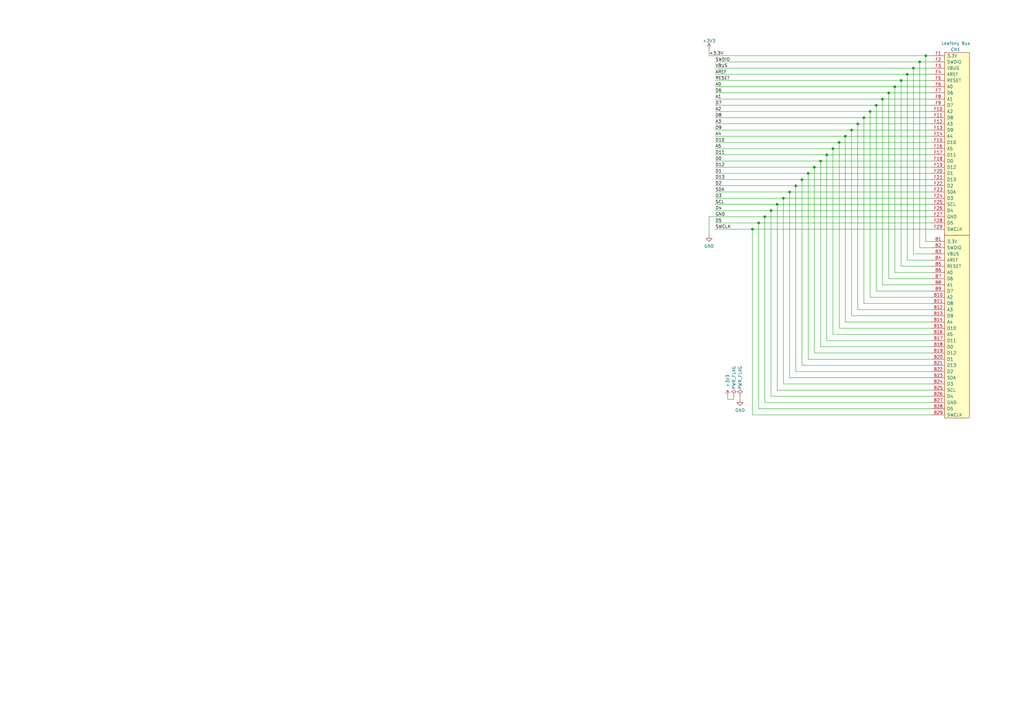
<source format=kicad_sch>
(kicad_sch (version 20211123) (generator eeschema)

  (uuid e2743b78-cc59-458c-8fb0-4238f348a49f)

  (paper "A3")

  (lib_symbols
    (symbol "Leafony:Leafony Bus" (pin_names (offset 1.016)) (in_bom yes) (on_board yes)
      (property "Reference" "CN" (id 0) (at 10.16 5.08 0)
        (effects (font (size 1.27 1.27)))
      )
      (property "Value" "Leafony Bus" (id 1) (at 10.16 2.54 0)
        (effects (font (size 1.27 1.27)))
      )
      (property "Footprint" "Leafony:CN_F29_B29" (id 2) (at 10.16 7.62 0)
        (effects (font (size 1.27 1.27)) hide)
      )
      (property "Datasheet" "" (id 3) (at 0 0 0)
        (effects (font (size 1.27 1.27)) hide)
      )
      (property "ki_description" "Leafony Interface" (id 4) (at 0 0 0)
        (effects (font (size 1.27 1.27)) hide)
      )
      (property "ki_fp_filters" "CN_F29_B29" (id 5) (at 0 0 0)
        (effects (font (size 1.27 1.27)) hide)
      )
      (symbol "Leafony Bus_0_1"
        (polyline
          (pts
            (xy 5.08 -73.66)
            (xy 15.24 -73.66)
          )
          (stroke (width 0) (type default) (color 0 0 0 0))
          (fill (type none))
        )
        (rectangle (start 5.08 1.27) (end 15.24 -148.59)
          (stroke (width 0) (type default) (color 0 0 0 0))
          (fill (type background))
        )
      )
      (symbol "Leafony Bus_1_1"
        (pin passive line (at 0 -76.2 0) (length 5.08)
          (name "3.3V" (effects (font (size 1.27 1.27))))
          (number "B1" (effects (font (size 1.27 1.27))))
        )
        (pin passive line (at 0 -99.06 0) (length 5.08)
          (name "A2" (effects (font (size 1.27 1.27))))
          (number "B10" (effects (font (size 1.27 1.27))))
        )
        (pin passive line (at 0 -101.6 0) (length 5.08)
          (name "D8" (effects (font (size 1.27 1.27))))
          (number "B11" (effects (font (size 1.27 1.27))))
        )
        (pin passive line (at 0 -104.14 0) (length 5.08)
          (name "A3" (effects (font (size 1.27 1.27))))
          (number "B12" (effects (font (size 1.27 1.27))))
        )
        (pin passive line (at 0 -106.68 0) (length 5.08)
          (name "D9" (effects (font (size 1.27 1.27))))
          (number "B13" (effects (font (size 1.27 1.27))))
        )
        (pin passive line (at 0 -109.22 0) (length 5.08)
          (name "A4" (effects (font (size 1.27 1.27))))
          (number "B14" (effects (font (size 1.27 1.27))))
        )
        (pin passive line (at 0 -111.76 0) (length 5.08)
          (name "D10" (effects (font (size 1.27 1.27))))
          (number "B15" (effects (font (size 1.27 1.27))))
        )
        (pin passive line (at 0 -114.3 0) (length 5.08)
          (name "A5" (effects (font (size 1.27 1.27))))
          (number "B16" (effects (font (size 1.27 1.27))))
        )
        (pin passive line (at 0 -116.84 0) (length 5.08)
          (name "D11" (effects (font (size 1.27 1.27))))
          (number "B17" (effects (font (size 1.27 1.27))))
        )
        (pin passive line (at 0 -119.38 0) (length 5.08)
          (name "D0" (effects (font (size 1.27 1.27))))
          (number "B18" (effects (font (size 1.27 1.27))))
        )
        (pin passive line (at 0 -121.92 0) (length 5.08)
          (name "D12" (effects (font (size 1.27 1.27))))
          (number "B19" (effects (font (size 1.27 1.27))))
        )
        (pin passive line (at 0 -78.74 0) (length 5.08)
          (name "SWDIO" (effects (font (size 1.27 1.27))))
          (number "B2" (effects (font (size 1.27 1.27))))
        )
        (pin passive line (at 0 -124.46 0) (length 5.08)
          (name "D1" (effects (font (size 1.27 1.27))))
          (number "B20" (effects (font (size 1.27 1.27))))
        )
        (pin passive line (at 0 -127 0) (length 5.08)
          (name "D13" (effects (font (size 1.27 1.27))))
          (number "B21" (effects (font (size 1.27 1.27))))
        )
        (pin passive line (at 0 -129.54 0) (length 5.08)
          (name "D2" (effects (font (size 1.27 1.27))))
          (number "B22" (effects (font (size 1.27 1.27))))
        )
        (pin passive line (at 0 -132.08 0) (length 5.08)
          (name "SDA" (effects (font (size 1.27 1.27))))
          (number "B23" (effects (font (size 1.27 1.27))))
        )
        (pin passive line (at 0 -134.62 0) (length 5.08)
          (name "D3" (effects (font (size 1.27 1.27))))
          (number "B24" (effects (font (size 1.27 1.27))))
        )
        (pin passive line (at 0 -137.16 0) (length 5.08)
          (name "SCL" (effects (font (size 1.27 1.27))))
          (number "B25" (effects (font (size 1.27 1.27))))
        )
        (pin passive line (at 0 -139.7 0) (length 5.08)
          (name "D4" (effects (font (size 1.27 1.27))))
          (number "B26" (effects (font (size 1.27 1.27))))
        )
        (pin passive line (at 0 -142.24 0) (length 5.08)
          (name "GND" (effects (font (size 1.27 1.27))))
          (number "B27" (effects (font (size 1.27 1.27))))
        )
        (pin passive line (at 0 -144.78 0) (length 5.08)
          (name "D5" (effects (font (size 1.27 1.27))))
          (number "B28" (effects (font (size 1.27 1.27))))
        )
        (pin passive line (at 0 -147.32 0) (length 5.08)
          (name "SWCLK" (effects (font (size 1.27 1.27))))
          (number "B29" (effects (font (size 1.27 1.27))))
        )
        (pin passive line (at 0 -81.28 0) (length 5.08)
          (name "VBUS" (effects (font (size 1.27 1.27))))
          (number "B3" (effects (font (size 1.27 1.27))))
        )
        (pin passive line (at 0 -83.82 0) (length 5.08)
          (name "AREF" (effects (font (size 1.27 1.27))))
          (number "B4" (effects (font (size 1.27 1.27))))
        )
        (pin passive line (at 0 -86.36 0) (length 5.08)
          (name "RESET" (effects (font (size 1.27 1.27))))
          (number "B5" (effects (font (size 1.27 1.27))))
        )
        (pin passive line (at 0 -88.9 0) (length 5.08)
          (name "A0" (effects (font (size 1.27 1.27))))
          (number "B6" (effects (font (size 1.27 1.27))))
        )
        (pin passive line (at 0 -91.44 0) (length 5.08)
          (name "D6" (effects (font (size 1.27 1.27))))
          (number "B7" (effects (font (size 1.27 1.27))))
        )
        (pin passive line (at 0 -93.98 0) (length 5.08)
          (name "A1" (effects (font (size 1.27 1.27))))
          (number "B8" (effects (font (size 1.27 1.27))))
        )
        (pin passive line (at 0 -96.52 0) (length 5.08)
          (name "D7" (effects (font (size 1.27 1.27))))
          (number "B9" (effects (font (size 1.27 1.27))))
        )
        (pin passive line (at 0 0 0) (length 5.08)
          (name "3.3V" (effects (font (size 1.27 1.27))))
          (number "F1" (effects (font (size 1.27 1.27))))
        )
        (pin passive line (at 0 -22.86 0) (length 5.08)
          (name "A2" (effects (font (size 1.27 1.27))))
          (number "F10" (effects (font (size 1.27 1.27))))
        )
        (pin passive line (at 0 -25.4 0) (length 5.08)
          (name "D8" (effects (font (size 1.27 1.27))))
          (number "F11" (effects (font (size 1.27 1.27))))
        )
        (pin passive line (at 0 -27.94 0) (length 5.08)
          (name "A3" (effects (font (size 1.27 1.27))))
          (number "F12" (effects (font (size 1.27 1.27))))
        )
        (pin passive line (at 0 -30.48 0) (length 5.08)
          (name "D9" (effects (font (size 1.27 1.27))))
          (number "F13" (effects (font (size 1.27 1.27))))
        )
        (pin passive line (at 0 -33.02 0) (length 5.08)
          (name "A4" (effects (font (size 1.27 1.27))))
          (number "F14" (effects (font (size 1.27 1.27))))
        )
        (pin passive line (at 0 -35.56 0) (length 5.08)
          (name "D10" (effects (font (size 1.27 1.27))))
          (number "F15" (effects (font (size 1.27 1.27))))
        )
        (pin passive line (at 0 -38.1 0) (length 5.08)
          (name "A5" (effects (font (size 1.27 1.27))))
          (number "F16" (effects (font (size 1.27 1.27))))
        )
        (pin passive line (at 0 -40.64 0) (length 5.08)
          (name "D11" (effects (font (size 1.27 1.27))))
          (number "F17" (effects (font (size 1.27 1.27))))
        )
        (pin passive line (at 0 -43.18 0) (length 5.08)
          (name "D0" (effects (font (size 1.27 1.27))))
          (number "F18" (effects (font (size 1.27 1.27))))
        )
        (pin passive line (at 0 -45.72 0) (length 5.08)
          (name "D12" (effects (font (size 1.27 1.27))))
          (number "F19" (effects (font (size 1.27 1.27))))
        )
        (pin passive line (at 0 -2.54 0) (length 5.08)
          (name "SWDIO" (effects (font (size 1.27 1.27))))
          (number "F2" (effects (font (size 1.27 1.27))))
        )
        (pin passive line (at 0 -48.26 0) (length 5.08)
          (name "D1" (effects (font (size 1.27 1.27))))
          (number "F20" (effects (font (size 1.27 1.27))))
        )
        (pin passive line (at 0 -50.8 0) (length 5.08)
          (name "D13" (effects (font (size 1.27 1.27))))
          (number "F21" (effects (font (size 1.27 1.27))))
        )
        (pin passive line (at 0 -53.34 0) (length 5.08)
          (name "D2" (effects (font (size 1.27 1.27))))
          (number "F22" (effects (font (size 1.27 1.27))))
        )
        (pin passive line (at 0 -55.88 0) (length 5.08)
          (name "SDA" (effects (font (size 1.27 1.27))))
          (number "F23" (effects (font (size 1.27 1.27))))
        )
        (pin passive line (at 0 -58.42 0) (length 5.08)
          (name "D3" (effects (font (size 1.27 1.27))))
          (number "F24" (effects (font (size 1.27 1.27))))
        )
        (pin passive line (at 0 -60.96 0) (length 5.08)
          (name "SCL" (effects (font (size 1.27 1.27))))
          (number "F25" (effects (font (size 1.27 1.27))))
        )
        (pin passive line (at 0 -63.5 0) (length 5.08)
          (name "D4" (effects (font (size 1.27 1.27))))
          (number "F26" (effects (font (size 1.27 1.27))))
        )
        (pin passive line (at 0 -66.04 0) (length 5.08)
          (name "GND" (effects (font (size 1.27 1.27))))
          (number "F27" (effects (font (size 1.27 1.27))))
        )
        (pin passive line (at 0 -68.58 0) (length 5.08)
          (name "D5" (effects (font (size 1.27 1.27))))
          (number "F28" (effects (font (size 1.27 1.27))))
        )
        (pin passive line (at 0 -71.12 0) (length 5.08)
          (name "SWCLK" (effects (font (size 1.27 1.27))))
          (number "F29" (effects (font (size 1.27 1.27))))
        )
        (pin passive line (at 0 -5.08 0) (length 5.08)
          (name "VBUS" (effects (font (size 1.27 1.27))))
          (number "F3" (effects (font (size 1.27 1.27))))
        )
        (pin passive line (at 0 -7.62 0) (length 5.08)
          (name "AREF" (effects (font (size 1.27 1.27))))
          (number "F4" (effects (font (size 1.27 1.27))))
        )
        (pin passive line (at 0 -10.16 0) (length 5.08)
          (name "RESET" (effects (font (size 1.27 1.27))))
          (number "F5" (effects (font (size 1.27 1.27))))
        )
        (pin passive line (at 0 -12.7 0) (length 5.08)
          (name "A0" (effects (font (size 1.27 1.27))))
          (number "F6" (effects (font (size 1.27 1.27))))
        )
        (pin passive line (at 0 -15.24 0) (length 5.08)
          (name "D6" (effects (font (size 1.27 1.27))))
          (number "F7" (effects (font (size 1.27 1.27))))
        )
        (pin passive line (at 0 -17.78 0) (length 5.08)
          (name "A1" (effects (font (size 1.27 1.27))))
          (number "F8" (effects (font (size 1.27 1.27))))
        )
        (pin passive line (at 0 -20.32 0) (length 5.08)
          (name "D7" (effects (font (size 1.27 1.27))))
          (number "F9" (effects (font (size 1.27 1.27))))
        )
      )
    )
    (symbol "power:+3.3V" (power) (pin_names (offset 0)) (in_bom yes) (on_board yes)
      (property "Reference" "#PWR" (id 0) (at 0 -3.81 0)
        (effects (font (size 1.27 1.27)) hide)
      )
      (property "Value" "+3.3V" (id 1) (at 0 3.556 0)
        (effects (font (size 1.27 1.27)))
      )
      (property "Footprint" "" (id 2) (at 0 0 0)
        (effects (font (size 1.27 1.27)) hide)
      )
      (property "Datasheet" "" (id 3) (at 0 0 0)
        (effects (font (size 1.27 1.27)) hide)
      )
      (property "ki_keywords" "power-flag" (id 4) (at 0 0 0)
        (effects (font (size 1.27 1.27)) hide)
      )
      (property "ki_description" "Power symbol creates a global label with name \"+3.3V\"" (id 5) (at 0 0 0)
        (effects (font (size 1.27 1.27)) hide)
      )
      (symbol "+3.3V_0_1"
        (polyline
          (pts
            (xy -0.762 1.27)
            (xy 0 2.54)
          )
          (stroke (width 0) (type default) (color 0 0 0 0))
          (fill (type none))
        )
        (polyline
          (pts
            (xy 0 0)
            (xy 0 2.54)
          )
          (stroke (width 0) (type default) (color 0 0 0 0))
          (fill (type none))
        )
        (polyline
          (pts
            (xy 0 2.54)
            (xy 0.762 1.27)
          )
          (stroke (width 0) (type default) (color 0 0 0 0))
          (fill (type none))
        )
      )
      (symbol "+3.3V_1_1"
        (pin power_in line (at 0 0 90) (length 0) hide
          (name "+3V3" (effects (font (size 1.27 1.27))))
          (number "1" (effects (font (size 1.27 1.27))))
        )
      )
    )
    (symbol "power:GND" (power) (pin_names (offset 0)) (in_bom yes) (on_board yes)
      (property "Reference" "#PWR" (id 0) (at 0 -6.35 0)
        (effects (font (size 1.27 1.27)) hide)
      )
      (property "Value" "GND" (id 1) (at 0 -3.81 0)
        (effects (font (size 1.27 1.27)))
      )
      (property "Footprint" "" (id 2) (at 0 0 0)
        (effects (font (size 1.27 1.27)) hide)
      )
      (property "Datasheet" "" (id 3) (at 0 0 0)
        (effects (font (size 1.27 1.27)) hide)
      )
      (property "ki_keywords" "power-flag" (id 4) (at 0 0 0)
        (effects (font (size 1.27 1.27)) hide)
      )
      (property "ki_description" "Power symbol creates a global label with name \"GND\" , ground" (id 5) (at 0 0 0)
        (effects (font (size 1.27 1.27)) hide)
      )
      (symbol "GND_0_1"
        (polyline
          (pts
            (xy 0 0)
            (xy 0 -1.27)
            (xy 1.27 -1.27)
            (xy 0 -2.54)
            (xy -1.27 -1.27)
            (xy 0 -1.27)
          )
          (stroke (width 0) (type default) (color 0 0 0 0))
          (fill (type none))
        )
      )
      (symbol "GND_1_1"
        (pin power_in line (at 0 0 270) (length 0) hide
          (name "GND" (effects (font (size 1.27 1.27))))
          (number "1" (effects (font (size 1.27 1.27))))
        )
      )
    )
    (symbol "power:PWR_FLAG" (power) (pin_numbers hide) (pin_names (offset 0) hide) (in_bom yes) (on_board yes)
      (property "Reference" "#FLG" (id 0) (at 0 1.905 0)
        (effects (font (size 1.27 1.27)) hide)
      )
      (property "Value" "PWR_FLAG" (id 1) (at 0 3.81 0)
        (effects (font (size 1.27 1.27)))
      )
      (property "Footprint" "" (id 2) (at 0 0 0)
        (effects (font (size 1.27 1.27)) hide)
      )
      (property "Datasheet" "~" (id 3) (at 0 0 0)
        (effects (font (size 1.27 1.27)) hide)
      )
      (property "ki_keywords" "power-flag" (id 4) (at 0 0 0)
        (effects (font (size 1.27 1.27)) hide)
      )
      (property "ki_description" "Special symbol for telling ERC where power comes from" (id 5) (at 0 0 0)
        (effects (font (size 1.27 1.27)) hide)
      )
      (symbol "PWR_FLAG_0_0"
        (pin power_out line (at 0 0 90) (length 0)
          (name "pwr" (effects (font (size 1.27 1.27))))
          (number "1" (effects (font (size 1.27 1.27))))
        )
      )
      (symbol "PWR_FLAG_0_1"
        (polyline
          (pts
            (xy 0 0)
            (xy 0 1.27)
            (xy -1.016 1.905)
            (xy 0 2.54)
            (xy 1.016 1.905)
            (xy 0 1.27)
          )
          (stroke (width 0) (type default) (color 0 0 0 0))
          (fill (type none))
        )
      )
    )
  )

  (junction (at 339.09 63.5) (diameter 0) (color 0 0 0 0)
    (uuid 18eef4d3-c3b1-4511-89f0-f3ca5fbf521d)
  )
  (junction (at 359.41 43.18) (diameter 0) (color 0 0 0 0)
    (uuid 198642f2-8db4-475b-ac24-9da65c994a3a)
  )
  (junction (at 326.39 76.2) (diameter 0) (color 0 0 0 0)
    (uuid 22127bf3-28e1-4f2a-9132-0b2244d2149e)
  )
  (junction (at 367.03 35.56) (diameter 0) (color 0 0 0 0)
    (uuid 2276e018-ceb6-4356-b3fe-3b8fe418011b)
  )
  (junction (at 374.65 27.94) (diameter 0) (color 0 0 0 0)
    (uuid 22cb26b9-d501-4786-ab70-b7ac2868619c)
  )
  (junction (at 316.23 86.36) (diameter 0) (color 0 0 0 0)
    (uuid 233d14ec-e17f-4b70-ace9-a65479e58a33)
  )
  (junction (at 328.93 73.66) (diameter 0) (color 0 0 0 0)
    (uuid 30979a3d-28d7-46ae-b5aa-513ad60b71a4)
  )
  (junction (at 334.01 68.58) (diameter 0) (color 0 0 0 0)
    (uuid 3a5e9d83-8605-4e38-a4d6-7131b7911750)
  )
  (junction (at 354.33 48.26) (diameter 0) (color 0 0 0 0)
    (uuid 3b9ce6b0-047c-4e71-81a7-b0a5c13aa4d2)
  )
  (junction (at 344.17 58.42) (diameter 0) (color 0 0 0 0)
    (uuid 411f21c0-dcce-4bff-ac0e-7c5571730a65)
  )
  (junction (at 356.87 45.72) (diameter 0) (color 0 0 0 0)
    (uuid 53548090-4b36-44b5-9ef5-2fa214b2fbf4)
  )
  (junction (at 336.55 66.04) (diameter 0) (color 0 0 0 0)
    (uuid 62ed984b-c070-4de1-bd86-30aeb09fb9cd)
  )
  (junction (at 331.47 71.12) (diameter 0) (color 0 0 0 0)
    (uuid 6505825f-43ee-4fb8-b546-c0b2310ed040)
  )
  (junction (at 364.49 38.1) (diameter 0) (color 0 0 0 0)
    (uuid 73fd78b9-9aa5-40d0-adab-1e5886c90dd7)
  )
  (junction (at 313.69 88.9) (diameter 0) (color 0 0 0 0)
    (uuid 7b485fa8-406a-42d5-9a01-13ae76ec07b5)
  )
  (junction (at 346.71 55.88) (diameter 0) (color 0 0 0 0)
    (uuid 7f29ecb0-6265-4d60-8278-7704387a2057)
  )
  (junction (at 341.63 60.96) (diameter 0) (color 0 0 0 0)
    (uuid 85e898d6-983f-4977-9dfa-e5b961e989c1)
  )
  (junction (at 308.61 93.98) (diameter 0) (color 0 0 0 0)
    (uuid 8f0c1305-7bd7-41b0-a77d-0a9232a17e2e)
  )
  (junction (at 349.25 53.34) (diameter 0) (color 0 0 0 0)
    (uuid 96d488aa-4d20-4ba2-8d75-10df5865e575)
  )
  (junction (at 361.95 40.64) (diameter 0) (color 0 0 0 0)
    (uuid 9fb9a654-045f-4c58-ba9d-e6e9d641e3ae)
  )
  (junction (at 369.57 33.02) (diameter 0) (color 0 0 0 0)
    (uuid bfff8af5-be9c-44df-80bd-23ee2cf9c437)
  )
  (junction (at 351.79 50.8) (diameter 0) (color 0 0 0 0)
    (uuid d0f42cc3-e2d7-4f51-9d6f-0c2eaccb6ae7)
  )
  (junction (at 321.31 81.28) (diameter 0) (color 0 0 0 0)
    (uuid d4e5a639-c802-4fd5-bd43-bd9483f1fee3)
  )
  (junction (at 311.15 91.44) (diameter 0) (color 0 0 0 0)
    (uuid d7329050-0c4f-4d4d-b156-c34af61257ff)
  )
  (junction (at 379.73 22.86) (diameter 0) (color 0 0 0 0)
    (uuid d76ec66c-d0c1-4040-8259-8685c076073a)
  )
  (junction (at 318.77 83.82) (diameter 0) (color 0 0 0 0)
    (uuid e0937f55-5a21-4b1f-aa30-aba62e4969e5)
  )
  (junction (at 323.85 78.74) (diameter 0) (color 0 0 0 0)
    (uuid eb8da7b1-c954-4f96-b636-28a01b4ed609)
  )
  (junction (at 377.19 25.4) (diameter 0) (color 0 0 0 0)
    (uuid f4cf6dc4-65fc-4b8e-a0d8-0a9074993d40)
  )
  (junction (at 372.11 30.48) (diameter 0) (color 0 0 0 0)
    (uuid ffe6d5f3-f9a5-48a9-88db-d2d7822b944f)
  )

  (wire (pts (xy 377.19 101.6) (xy 377.19 25.4))
    (stroke (width 0) (type default) (color 0 0 0 0))
    (uuid 00185541-0a55-4e62-91d8-99e7a7720d36)
  )
  (wire (pts (xy 382.27 38.1) (xy 364.49 38.1))
    (stroke (width 0) (type default) (color 0 0 0 0))
    (uuid 06fb8a5e-69f3-44ca-bc88-4da9a1408625)
  )
  (wire (pts (xy 356.87 121.92) (xy 356.87 45.72))
    (stroke (width 0) (type default) (color 0 0 0 0))
    (uuid 09433d97-62ec-42de-89f2-7d0b68dc1b9d)
  )
  (wire (pts (xy 382.27 165.1) (xy 313.69 165.1))
    (stroke (width 0) (type default) (color 0 0 0 0))
    (uuid 0f99d31f-3e61-45ba-a78c-4a282f861613)
  )
  (wire (pts (xy 382.27 99.06) (xy 379.73 99.06))
    (stroke (width 0) (type default) (color 0 0 0 0))
    (uuid 10a7d7ef-d6be-484c-be36-2908e6c77393)
  )
  (wire (pts (xy 377.19 101.6) (xy 382.27 101.6))
    (stroke (width 0) (type default) (color 0 0 0 0))
    (uuid 128a7556-cb3d-406d-b84d-6d9efc7f9ed8)
  )
  (wire (pts (xy 382.27 144.78) (xy 334.01 144.78))
    (stroke (width 0) (type default) (color 0 0 0 0))
    (uuid 128cfb34-809d-4606-bf29-7ab91f99e879)
  )
  (wire (pts (xy 382.27 30.48) (xy 372.11 30.48))
    (stroke (width 0) (type default) (color 0 0 0 0))
    (uuid 1416f46f-efcf-4c99-81af-d39cf81f2652)
  )
  (wire (pts (xy 382.27 114.3) (xy 364.49 114.3))
    (stroke (width 0) (type default) (color 0 0 0 0))
    (uuid 18a9dea8-caa6-40a3-962a-7699d9146e17)
  )
  (wire (pts (xy 300.99 163.83) (xy 298.45 163.83))
    (stroke (width 0) (type default) (color 0 0 0 0))
    (uuid 1c6c46b2-dd9e-430f-85e9-621815ceca94)
  )
  (wire (pts (xy 382.27 86.36) (xy 316.23 86.36))
    (stroke (width 0) (type default) (color 0 0 0 0))
    (uuid 1db46316-f403-492b-8814-154fc43d62a8)
  )
  (wire (pts (xy 382.27 124.46) (xy 354.33 124.46))
    (stroke (width 0) (type default) (color 0 0 0 0))
    (uuid 1ebce183-d3ad-4022-b82e-9e0d8cd628db)
  )
  (wire (pts (xy 339.09 63.5) (xy 293.37 63.5))
    (stroke (width 0) (type default) (color 0 0 0 0))
    (uuid 22591446-6d82-47ac-b525-9e9deb496c8c)
  )
  (wire (pts (xy 382.27 22.86) (xy 379.73 22.86))
    (stroke (width 0) (type default) (color 0 0 0 0))
    (uuid 2952439a-4d93-45a3-a998-2b2fce2c5fe9)
  )
  (wire (pts (xy 341.63 60.96) (xy 293.37 60.96))
    (stroke (width 0) (type default) (color 0 0 0 0))
    (uuid 2f58dd1b-258a-4fb6-a155-4e2931ab012c)
  )
  (wire (pts (xy 344.17 134.62) (xy 344.17 58.42))
    (stroke (width 0) (type default) (color 0 0 0 0))
    (uuid 30d4a5b8-34e9-412f-9d1a-e616a8a28215)
  )
  (wire (pts (xy 382.27 134.62) (xy 344.17 134.62))
    (stroke (width 0) (type default) (color 0 0 0 0))
    (uuid 33770b56-77ab-4a0c-a675-0ef4f02f8519)
  )
  (wire (pts (xy 369.57 109.22) (xy 369.57 33.02))
    (stroke (width 0) (type default) (color 0 0 0 0))
    (uuid 33ef82c8-b659-42b6-9429-5436a00e7b54)
  )
  (wire (pts (xy 303.53 163.83) (xy 303.53 162.56))
    (stroke (width 0) (type default) (color 0 0 0 0))
    (uuid 3520b9bf-2dfc-4868-a650-86ff98682e83)
  )
  (wire (pts (xy 382.27 25.4) (xy 377.19 25.4))
    (stroke (width 0) (type default) (color 0 0 0 0))
    (uuid 3eff8f32-349a-4846-b484-abdc036c7174)
  )
  (wire (pts (xy 328.93 149.86) (xy 328.93 73.66))
    (stroke (width 0) (type default) (color 0 0 0 0))
    (uuid 408e380e-a780-4259-a7f0-5062d5808d11)
  )
  (wire (pts (xy 382.27 160.02) (xy 318.77 160.02))
    (stroke (width 0) (type default) (color 0 0 0 0))
    (uuid 40ef82a7-1843-41e2-896c-620f16b91b4f)
  )
  (wire (pts (xy 290.83 88.9) (xy 313.69 88.9))
    (stroke (width 0) (type default) (color 0 0 0 0))
    (uuid 422a6702-d1c1-4e76-898e-ec20aaee30c2)
  )
  (wire (pts (xy 382.27 63.5) (xy 339.09 63.5))
    (stroke (width 0) (type default) (color 0 0 0 0))
    (uuid 462f8e7e-09c6-4676-ba4f-fd07b2868aa8)
  )
  (wire (pts (xy 382.27 111.76) (xy 367.03 111.76))
    (stroke (width 0) (type default) (color 0 0 0 0))
    (uuid 469553b1-52fa-4564-9359-73b74ba8f58f)
  )
  (wire (pts (xy 382.27 58.42) (xy 344.17 58.42))
    (stroke (width 0) (type default) (color 0 0 0 0))
    (uuid 471f517c-6d52-459f-9d7a-aedf176fc9e0)
  )
  (wire (pts (xy 351.79 127) (xy 351.79 50.8))
    (stroke (width 0) (type default) (color 0 0 0 0))
    (uuid 49c3a7d7-9453-4986-bcff-387f274073df)
  )
  (wire (pts (xy 356.87 45.72) (xy 293.37 45.72))
    (stroke (width 0) (type default) (color 0 0 0 0))
    (uuid 4c77837f-2440-4b7b-8e7e-430f981c7c04)
  )
  (wire (pts (xy 382.27 152.4) (xy 326.39 152.4))
    (stroke (width 0) (type default) (color 0 0 0 0))
    (uuid 4cbba380-690c-405e-bbfb-a0cd7ef65d0e)
  )
  (wire (pts (xy 382.27 50.8) (xy 351.79 50.8))
    (stroke (width 0) (type default) (color 0 0 0 0))
    (uuid 50cd7dd2-4ee6-4ead-a8d7-6798eb55f8db)
  )
  (wire (pts (xy 382.27 76.2) (xy 326.39 76.2))
    (stroke (width 0) (type default) (color 0 0 0 0))
    (uuid 532cb9ef-7fac-483b-aaf5-b83d764d0176)
  )
  (wire (pts (xy 382.27 167.64) (xy 311.15 167.64))
    (stroke (width 0) (type default) (color 0 0 0 0))
    (uuid 555e8fc3-19b4-40e8-abc6-87d7c193534e)
  )
  (wire (pts (xy 382.27 55.88) (xy 346.71 55.88))
    (stroke (width 0) (type default) (color 0 0 0 0))
    (uuid 5d00cbc9-46cb-472e-b705-59da8e971192)
  )
  (wire (pts (xy 382.27 53.34) (xy 349.25 53.34))
    (stroke (width 0) (type default) (color 0 0 0 0))
    (uuid 5da519c8-016f-4f2c-843d-d8fc54aa43f1)
  )
  (wire (pts (xy 382.27 43.18) (xy 359.41 43.18))
    (stroke (width 0) (type default) (color 0 0 0 0))
    (uuid 5f4676ff-2597-415d-a32e-98d53038f432)
  )
  (wire (pts (xy 382.27 119.38) (xy 359.41 119.38))
    (stroke (width 0) (type default) (color 0 0 0 0))
    (uuid 61415144-ce8f-483a-82b7-e2e320f7f0b4)
  )
  (wire (pts (xy 382.27 116.84) (xy 361.95 116.84))
    (stroke (width 0) (type default) (color 0 0 0 0))
    (uuid 636332c5-387a-4243-bc33-7882b1adfdac)
  )
  (wire (pts (xy 308.61 93.98) (xy 308.61 170.18))
    (stroke (width 0) (type default) (color 0 0 0 0))
    (uuid 64bbd1a8-b20b-4d12-891d-7b53b4a0334a)
  )
  (wire (pts (xy 382.27 81.28) (xy 321.31 81.28))
    (stroke (width 0) (type default) (color 0 0 0 0))
    (uuid 65f89bc6-cda1-4481-b360-d7547150b31e)
  )
  (wire (pts (xy 382.27 73.66) (xy 328.93 73.66))
    (stroke (width 0) (type default) (color 0 0 0 0))
    (uuid 666dc23c-d707-448f-841d-377a6e08a250)
  )
  (wire (pts (xy 382.27 142.24) (xy 336.55 142.24))
    (stroke (width 0) (type default) (color 0 0 0 0))
    (uuid 6a3aff19-5e5c-466c-80b5-82ab994aaee1)
  )
  (wire (pts (xy 293.37 93.98) (xy 308.61 93.98))
    (stroke (width 0) (type default) (color 0 0 0 0))
    (uuid 713e4d09-6cf1-49fc-bf2e-c643eb7890b8)
  )
  (wire (pts (xy 372.11 106.68) (xy 372.11 30.48))
    (stroke (width 0) (type default) (color 0 0 0 0))
    (uuid 755d3d18-6013-47c4-9133-c783ae2db259)
  )
  (wire (pts (xy 372.11 30.48) (xy 293.37 30.48))
    (stroke (width 0) (type default) (color 0 0 0 0))
    (uuid 77f65cef-2bce-414e-8b99-31f9cd0b59b0)
  )
  (wire (pts (xy 326.39 152.4) (xy 326.39 76.2))
    (stroke (width 0) (type default) (color 0 0 0 0))
    (uuid 826dab59-fbdd-42ab-9237-6c754170917b)
  )
  (wire (pts (xy 377.19 25.4) (xy 293.37 25.4))
    (stroke (width 0) (type default) (color 0 0 0 0))
    (uuid 84daabe5-262d-44f3-8073-3a5eff98700f)
  )
  (wire (pts (xy 382.27 40.64) (xy 361.95 40.64))
    (stroke (width 0) (type default) (color 0 0 0 0))
    (uuid 84e64de5-2809-4251-a45b-2b46d2cc79df)
  )
  (wire (pts (xy 369.57 33.02) (xy 293.37 33.02))
    (stroke (width 0) (type default) (color 0 0 0 0))
    (uuid 8672a05d-b750-4ddd-a92d-4c58fddcdd4e)
  )
  (wire (pts (xy 382.27 104.14) (xy 374.65 104.14))
    (stroke (width 0) (type default) (color 0 0 0 0))
    (uuid 86c73e16-9c05-4385-b59b-206056f7ac90)
  )
  (wire (pts (xy 290.83 88.9) (xy 290.83 96.52))
    (stroke (width 0) (type default) (color 0 0 0 0))
    (uuid 88bcf36b-bdd6-4678-b273-3328756a5243)
  )
  (wire (pts (xy 382.27 83.82) (xy 318.77 83.82))
    (stroke (width 0) (type default) (color 0 0 0 0))
    (uuid 8a1a639a-559c-483d-9c99-1b2fafbdacf1)
  )
  (wire (pts (xy 367.03 35.56) (xy 293.37 35.56))
    (stroke (width 0) (type default) (color 0 0 0 0))
    (uuid 90f1070b-d0d3-4d94-9527-f4c1c7006642)
  )
  (wire (pts (xy 316.23 162.56) (xy 316.23 86.36))
    (stroke (width 0) (type default) (color 0 0 0 0))
    (uuid 91a85248-7895-453a-bdbc-36a6edbe91db)
  )
  (wire (pts (xy 346.71 132.08) (xy 346.71 55.88))
    (stroke (width 0) (type default) (color 0 0 0 0))
    (uuid 922b14e9-e5b4-4506-8c7b-f653748d7f34)
  )
  (wire (pts (xy 382.27 121.92) (xy 356.87 121.92))
    (stroke (width 0) (type default) (color 0 0 0 0))
    (uuid 937928d4-4dfb-4f2f-91d0-697ec54ac283)
  )
  (wire (pts (xy 382.27 127) (xy 351.79 127))
    (stroke (width 0) (type default) (color 0 0 0 0))
    (uuid 9a334c2d-ea1e-4f9b-9563-937977728978)
  )
  (wire (pts (xy 298.45 163.83) (xy 298.45 162.56))
    (stroke (width 0) (type default) (color 0 0 0 0))
    (uuid 9c7af13e-949e-4a55-a6b7-45ef51b4f106)
  )
  (wire (pts (xy 382.27 35.56) (xy 367.03 35.56))
    (stroke (width 0) (type default) (color 0 0 0 0))
    (uuid 9ceeff0a-ae63-43da-8fd2-e3d57063537d)
  )
  (wire (pts (xy 382.27 162.56) (xy 316.23 162.56))
    (stroke (width 0) (type default) (color 0 0 0 0))
    (uuid a0400e61-7ec0-4cc7-a41d-d7c451e758fe)
  )
  (wire (pts (xy 374.65 27.94) (xy 293.37 27.94))
    (stroke (width 0) (type default) (color 0 0 0 0))
    (uuid a0affae9-b1e8-4941-9e7e-2ad29ff3f86b)
  )
  (wire (pts (xy 382.27 154.94) (xy 323.85 154.94))
    (stroke (width 0) (type default) (color 0 0 0 0))
    (uuid a11284ee-2f71-4eb8-b0ee-e01b498d0140)
  )
  (wire (pts (xy 313.69 165.1) (xy 313.69 88.9))
    (stroke (width 0) (type default) (color 0 0 0 0))
    (uuid a1533d6a-9d56-4622-800a-f5af923f4a97)
  )
  (wire (pts (xy 382.27 129.54) (xy 349.25 129.54))
    (stroke (width 0) (type default) (color 0 0 0 0))
    (uuid a3eaa329-1c23-49fc-9fb5-976de81b788e)
  )
  (wire (pts (xy 351.79 50.8) (xy 293.37 50.8))
    (stroke (width 0) (type default) (color 0 0 0 0))
    (uuid a9240eb1-cd96-4728-9dbf-17ea5e90b45d)
  )
  (wire (pts (xy 364.49 38.1) (xy 293.37 38.1))
    (stroke (width 0) (type default) (color 0 0 0 0))
    (uuid a95b6208-cd25-486f-8a35-f7d7b1426174)
  )
  (wire (pts (xy 382.27 137.16) (xy 341.63 137.16))
    (stroke (width 0) (type default) (color 0 0 0 0))
    (uuid a97d9593-88f3-490c-93d3-a1f528046ef8)
  )
  (wire (pts (xy 293.37 91.44) (xy 311.15 91.44))
    (stroke (width 0) (type default) (color 0 0 0 0))
    (uuid a9fdce30-e0b1-49dc-914c-0573fb33fbc7)
  )
  (wire (pts (xy 300.99 162.56) (xy 300.99 163.83))
    (stroke (width 0) (type default) (color 0 0 0 0))
    (uuid ab3e0d45-ad5b-42a1-ab02-8fee32ad804e)
  )
  (wire (pts (xy 382.27 27.94) (xy 374.65 27.94))
    (stroke (width 0) (type default) (color 0 0 0 0))
    (uuid ad8c2a20-27d0-4e2a-aabf-44a509bf342a)
  )
  (wire (pts (xy 382.27 109.22) (xy 369.57 109.22))
    (stroke (width 0) (type default) (color 0 0 0 0))
    (uuid aee35d5f-0638-4cb1-b58c-265232f425a0)
  )
  (wire (pts (xy 374.65 104.14) (xy 374.65 27.94))
    (stroke (width 0) (type default) (color 0 0 0 0))
    (uuid b034f82f-3ce9-4423-89ad-7ecf03d348d0)
  )
  (wire (pts (xy 382.27 68.58) (xy 334.01 68.58))
    (stroke (width 0) (type default) (color 0 0 0 0))
    (uuid b09870ad-8985-4a1c-a7b1-3acb9a1b9282)
  )
  (wire (pts (xy 382.27 78.74) (xy 323.85 78.74))
    (stroke (width 0) (type default) (color 0 0 0 0))
    (uuid b37c8835-0989-48c9-97ba-c045f0d7107f)
  )
  (wire (pts (xy 344.17 58.42) (xy 293.37 58.42))
    (stroke (width 0) (type default) (color 0 0 0 0))
    (uuid b45301a2-b6d7-44bd-8834-616acde30aef)
  )
  (wire (pts (xy 361.95 40.64) (xy 293.37 40.64))
    (stroke (width 0) (type default) (color 0 0 0 0))
    (uuid b4efa293-75b5-42d5-996c-b449774d5ba5)
  )
  (wire (pts (xy 379.73 99.06) (xy 379.73 22.86))
    (stroke (width 0) (type default) (color 0 0 0 0))
    (uuid b540f997-cabb-4061-85a0-370b4e9dd03a)
  )
  (wire (pts (xy 367.03 111.76) (xy 367.03 35.56))
    (stroke (width 0) (type default) (color 0 0 0 0))
    (uuid b64fe3cc-3a1f-41b6-9ac9-fa971c4a06a6)
  )
  (wire (pts (xy 311.15 91.44) (xy 382.27 91.44))
    (stroke (width 0) (type default) (color 0 0 0 0))
    (uuid b6670714-a829-420f-8f82-042c74d803a5)
  )
  (wire (pts (xy 359.41 119.38) (xy 359.41 43.18))
    (stroke (width 0) (type default) (color 0 0 0 0))
    (uuid b6ceb85d-46f8-42e1-9c68-672660fbaf7c)
  )
  (wire (pts (xy 382.27 48.26) (xy 354.33 48.26))
    (stroke (width 0) (type default) (color 0 0 0 0))
    (uuid b9272e8b-2d00-4d6b-ae8c-fd62ef331586)
  )
  (wire (pts (xy 382.27 66.04) (xy 336.55 66.04))
    (stroke (width 0) (type default) (color 0 0 0 0))
    (uuid bbeadbd3-dc9d-4bb3-9f60-a643fa1fa7e6)
  )
  (wire (pts (xy 382.27 60.96) (xy 341.63 60.96))
    (stroke (width 0) (type default) (color 0 0 0 0))
    (uuid bc007755-47dc-4b01-a9a3-8f34e8741895)
  )
  (wire (pts (xy 361.95 116.84) (xy 361.95 40.64))
    (stroke (width 0) (type default) (color 0 0 0 0))
    (uuid bf8bfbb4-4b7a-430e-865f-8acab9f8c04d)
  )
  (wire (pts (xy 323.85 154.94) (xy 323.85 78.74))
    (stroke (width 0) (type default) (color 0 0 0 0))
    (uuid bf9ad5a6-c4c4-4072-8854-6425d90cd19f)
  )
  (wire (pts (xy 382.27 71.12) (xy 331.47 71.12))
    (stroke (width 0) (type default) (color 0 0 0 0))
    (uuid c1518dae-2aaf-4360-9028-98a626546353)
  )
  (wire (pts (xy 336.55 142.24) (xy 336.55 66.04))
    (stroke (width 0) (type default) (color 0 0 0 0))
    (uuid c1fbee58-f474-4414-9110-64abd03ed7c9)
  )
  (wire (pts (xy 382.27 33.02) (xy 369.57 33.02))
    (stroke (width 0) (type default) (color 0 0 0 0))
    (uuid c2a5cbbc-a316-4826-81b8-a34d52b5eb58)
  )
  (wire (pts (xy 382.27 88.9) (xy 313.69 88.9))
    (stroke (width 0) (type default) (color 0 0 0 0))
    (uuid c2d81a3b-9b02-4ddc-9c7b-c0e881678970)
  )
  (wire (pts (xy 382.27 106.68) (xy 372.11 106.68))
    (stroke (width 0) (type default) (color 0 0 0 0))
    (uuid c837798c-83c8-4e02-b288-fa03714cab74)
  )
  (wire (pts (xy 382.27 132.08) (xy 346.71 132.08))
    (stroke (width 0) (type default) (color 0 0 0 0))
    (uuid cb9ac0e7-73b9-4ed2-8689-9778cfd89978)
  )
  (wire (pts (xy 334.01 68.58) (xy 293.37 68.58))
    (stroke (width 0) (type default) (color 0 0 0 0))
    (uuid cbb6579a-72cf-4504-9bef-bb32135a4790)
  )
  (wire (pts (xy 382.27 139.7) (xy 339.09 139.7))
    (stroke (width 0) (type default) (color 0 0 0 0))
    (uuid cbdd084c-3cde-4340-9de6-6f6ca3f79e91)
  )
  (wire (pts (xy 346.71 55.88) (xy 293.37 55.88))
    (stroke (width 0) (type default) (color 0 0 0 0))
    (uuid d0292983-0ab9-4b24-b3bd-f154f790c7ec)
  )
  (wire (pts (xy 341.63 137.16) (xy 341.63 60.96))
    (stroke (width 0) (type default) (color 0 0 0 0))
    (uuid d23aa89d-c621-4b1b-a845-8c26429d6622)
  )
  (wire (pts (xy 339.09 139.7) (xy 339.09 63.5))
    (stroke (width 0) (type default) (color 0 0 0 0))
    (uuid d32a4687-3a9c-4aaa-9fc8-6c464698f554)
  )
  (wire (pts (xy 331.47 71.12) (xy 293.37 71.12))
    (stroke (width 0) (type default) (color 0 0 0 0))
    (uuid d427b096-2104-4cac-9d5d-d2195401989e)
  )
  (wire (pts (xy 328.93 73.66) (xy 293.37 73.66))
    (stroke (width 0) (type default) (color 0 0 0 0))
    (uuid d43d6c5b-08dc-4efb-9ffc-91ecf13d0a2f)
  )
  (wire (pts (xy 326.39 76.2) (xy 293.37 76.2))
    (stroke (width 0) (type default) (color 0 0 0 0))
    (uuid d4a7ff11-09f1-4325-94c0-c1b4b4278fe4)
  )
  (wire (pts (xy 336.55 66.04) (xy 293.37 66.04))
    (stroke (width 0) (type default) (color 0 0 0 0))
    (uuid d54fce64-01e8-4f5c-8f34-4e64d47e3402)
  )
  (wire (pts (xy 308.61 93.98) (xy 382.27 93.98))
    (stroke (width 0) (type default) (color 0 0 0 0))
    (uuid d9c1c6f8-c198-49f9-bff0-eab2393a0053)
  )
  (wire (pts (xy 349.25 129.54) (xy 349.25 53.34))
    (stroke (width 0) (type default) (color 0 0 0 0))
    (uuid d9cdb60a-ecfa-4866-ad81-ca393f637bae)
  )
  (wire (pts (xy 354.33 48.26) (xy 293.37 48.26))
    (stroke (width 0) (type default) (color 0 0 0 0))
    (uuid ddc0999f-48c1-4a48-960f-30f430270283)
  )
  (wire (pts (xy 318.77 160.02) (xy 318.77 83.82))
    (stroke (width 0) (type default) (color 0 0 0 0))
    (uuid de01c5f0-8b67-4f95-a915-b01789f320eb)
  )
  (wire (pts (xy 316.23 86.36) (xy 293.37 86.36))
    (stroke (width 0) (type default) (color 0 0 0 0))
    (uuid e08b3dd0-5717-45d9-897c-a2c963f9de1a)
  )
  (wire (pts (xy 321.31 81.28) (xy 293.37 81.28))
    (stroke (width 0) (type default) (color 0 0 0 0))
    (uuid e0bbf399-c52b-4993-8f0b-a5400682c686)
  )
  (wire (pts (xy 321.31 157.48) (xy 321.31 81.28))
    (stroke (width 0) (type default) (color 0 0 0 0))
    (uuid e1754158-40dc-4df5-848e-7e0c189ace53)
  )
  (wire (pts (xy 354.33 124.46) (xy 354.33 48.26))
    (stroke (width 0) (type default) (color 0 0 0 0))
    (uuid e342f8d7-ca8a-47a5-a679-3c984454e9a5)
  )
  (wire (pts (xy 382.27 157.48) (xy 321.31 157.48))
    (stroke (width 0) (type default) (color 0 0 0 0))
    (uuid e34d78fc-c821-4e5c-ac82-ce6fcdcd9454)
  )
  (wire (pts (xy 318.77 83.82) (xy 293.37 83.82))
    (stroke (width 0) (type default) (color 0 0 0 0))
    (uuid e44b0081-5f25-4984-8fb5-ea876fb2fc1c)
  )
  (wire (pts (xy 331.47 147.32) (xy 331.47 71.12))
    (stroke (width 0) (type default) (color 0 0 0 0))
    (uuid e44dd86d-8737-430e-a0f5-f7ecf3fa5a6b)
  )
  (wire (pts (xy 311.15 91.44) (xy 311.15 167.64))
    (stroke (width 0) (type default) (color 0 0 0 0))
    (uuid e595c6c4-f51e-40bc-a76d-c0a08bbd62be)
  )
  (wire (pts (xy 364.49 114.3) (xy 364.49 38.1))
    (stroke (width 0) (type default) (color 0 0 0 0))
    (uuid e8531c3a-ab79-4096-b3fb-b5b6ae94c3f7)
  )
  (wire (pts (xy 334.01 144.78) (xy 334.01 68.58))
    (stroke (width 0) (type default) (color 0 0 0 0))
    (uuid e9febdd1-669e-46f3-983e-2ded7b5fa339)
  )
  (wire (pts (xy 382.27 45.72) (xy 356.87 45.72))
    (stroke (width 0) (type default) (color 0 0 0 0))
    (uuid ea7f95ca-1368-4ccc-b3c5-17a85c05a2dd)
  )
  (wire (pts (xy 290.83 20.32) (xy 290.83 22.86))
    (stroke (width 0) (type default) (color 0 0 0 0))
    (uuid eae3109f-d262-4247-85e5-8ef77d80a274)
  )
  (wire (pts (xy 359.41 43.18) (xy 293.37 43.18))
    (stroke (width 0) (type default) (color 0 0 0 0))
    (uuid f16972fb-4b2b-49d7-8715-9f31f5431405)
  )
  (wire (pts (xy 349.25 53.34) (xy 293.37 53.34))
    (stroke (width 0) (type default) (color 0 0 0 0))
    (uuid f21d4058-0da2-4512-b5f5-f906032f560a)
  )
  (wire (pts (xy 382.27 170.18) (xy 308.61 170.18))
    (stroke (width 0) (type default) (color 0 0 0 0))
    (uuid f50538bf-e44a-4d20-ab4a-ccf1e95ea69c)
  )
  (wire (pts (xy 323.85 78.74) (xy 293.37 78.74))
    (stroke (width 0) (type default) (color 0 0 0 0))
    (uuid f574310b-3071-4841-b3bc-44ccc3dd1422)
  )
  (wire (pts (xy 382.27 147.32) (xy 331.47 147.32))
    (stroke (width 0) (type default) (color 0 0 0 0))
    (uuid fa7c0f69-d4a4-4907-b41c-63da412a1d61)
  )
  (wire (pts (xy 382.27 149.86) (xy 328.93 149.86))
    (stroke (width 0) (type default) (color 0 0 0 0))
    (uuid fab79269-47fb-42f7-a3ad-b9ec94b79b4b)
  )
  (wire (pts (xy 379.73 22.86) (xy 290.83 22.86))
    (stroke (width 0) (type default) (color 0 0 0 0))
    (uuid fb7b20d7-70ea-48e6-baf1-01a0d3c92377)
  )

  (label "SDA" (at 293.37 78.74 0)
    (effects (font (size 1.27 1.27)) (justify left bottom))
    (uuid 03a79994-33b9-4df6-bdb0-d3807834d731)
  )
  (label "SWDIO" (at 293.37 25.4 0)
    (effects (font (size 1.27 1.27)) (justify left bottom))
    (uuid 201a8082-80bc-49cb-a857-a9c917ee8418)
  )
  (label "D13" (at 293.37 73.66 0)
    (effects (font (size 1.27 1.27)) (justify left bottom))
    (uuid 29e27db0-3c69-4f62-9b26-37b540cf4f34)
  )
  (label "D10" (at 293.37 58.42 0)
    (effects (font (size 1.27 1.27)) (justify left bottom))
    (uuid 3581de8b-daeb-467a-8039-51714599e4ba)
  )
  (label "A1" (at 293.37 40.64 0)
    (effects (font (size 1.27 1.27)) (justify left bottom))
    (uuid 3adb8c69-132c-478c-b246-f381b0e1424c)
  )
  (label "GND" (at 293.37 88.9 0)
    (effects (font (size 1.27 1.27)) (justify left bottom))
    (uuid 3bdc61da-fd87-4d91-ae6a-f160ef1e6b25)
  )
  (label "A2" (at 293.37 45.72 0)
    (effects (font (size 1.27 1.27)) (justify left bottom))
    (uuid 3be2f64a-643b-4527-aaf5-307341a81097)
  )
  (label "+3.3V" (at 290.83 22.86 0)
    (effects (font (size 1.27 1.27)) (justify left bottom))
    (uuid 3d6472eb-4872-48d0-9b65-1b39f6d4a46a)
  )
  (label "SCL" (at 293.37 83.82 0)
    (effects (font (size 1.27 1.27)) (justify left bottom))
    (uuid 505c1d3e-8ca5-438e-9eae-18483f12882c)
  )
  (label "D7" (at 293.37 43.18 0)
    (effects (font (size 1.27 1.27)) (justify left bottom))
    (uuid 59550421-1010-45d2-ae78-ff36e5bca6b7)
  )
  (label "A0" (at 293.37 35.56 0)
    (effects (font (size 1.27 1.27)) (justify left bottom))
    (uuid 5c4ddc3a-1b67-4d06-8b43-5f565c9d4f71)
  )
  (label "SWCLK" (at 293.37 93.98 0)
    (effects (font (size 1.27 1.27)) (justify left bottom))
    (uuid 785187eb-3061-4043-a954-4178556793a1)
  )
  (label "A4" (at 293.37 55.88 0)
    (effects (font (size 1.27 1.27)) (justify left bottom))
    (uuid 7b1f2f40-abe7-4adb-bfe4-3f1a7f99a0f2)
  )
  (label "A3" (at 293.37 50.8 0)
    (effects (font (size 1.27 1.27)) (justify left bottom))
    (uuid 7bc13ee4-2194-461b-9242-0d96ebba241b)
  )
  (label "VBUS" (at 293.37 27.94 0)
    (effects (font (size 1.27 1.27)) (justify left bottom))
    (uuid 9a68bf85-c16f-48ee-8e66-0d9ea8ea8b23)
  )
  (label "D11" (at 293.37 63.5 0)
    (effects (font (size 1.27 1.27)) (justify left bottom))
    (uuid 9b774066-2c22-4032-af01-4291adb02340)
  )
  (label "D4" (at 293.37 86.36 0)
    (effects (font (size 1.27 1.27)) (justify left bottom))
    (uuid a0129fe7-e9e9-4c74-af85-e2b335707eb4)
  )
  (label "D6" (at 293.37 38.1 0)
    (effects (font (size 1.27 1.27)) (justify left bottom))
    (uuid b027388d-8092-416a-ae2f-62be7825303f)
  )
  (label "D5" (at 293.37 91.44 0)
    (effects (font (size 1.27 1.27)) (justify left bottom))
    (uuid b0b40da2-8918-4f0b-b11b-1408b929feb5)
  )
  (label "D1" (at 293.37 71.12 0)
    (effects (font (size 1.27 1.27)) (justify left bottom))
    (uuid c4e3a83a-2945-4c21-9d1d-f3f3be86b7bd)
  )
  (label "D2" (at 293.37 76.2 0)
    (effects (font (size 1.27 1.27)) (justify left bottom))
    (uuid cb082ca8-e559-493c-a769-6ac76ddc831e)
  )
  (label "AREF" (at 293.37 30.48 0)
    (effects (font (size 1.27 1.27)) (justify left bottom))
    (uuid ccdce88e-24b7-4692-934b-22bb9b0763dc)
  )
  (label "A5" (at 293.37 60.96 0)
    (effects (font (size 1.27 1.27)) (justify left bottom))
    (uuid d98b06b1-d759-4372-889f-6ac21114139f)
  )
  (label "D12" (at 293.37 68.58 0)
    (effects (font (size 1.27 1.27)) (justify left bottom))
    (uuid dd4b4783-44b6-4bbf-bf18-b846491e4d4c)
  )
  (label "D9" (at 293.37 53.34 0)
    (effects (font (size 1.27 1.27)) (justify left bottom))
    (uuid ddfa4cf0-3486-4284-897b-3a9e51f271d9)
  )
  (label "D3" (at 293.37 81.28 0)
    (effects (font (size 1.27 1.27)) (justify left bottom))
    (uuid e188f4e0-97d6-45d5-9852-98640c6abc42)
  )
  (label "D0" (at 293.37 66.04 0)
    (effects (font (size 1.27 1.27)) (justify left bottom))
    (uuid e325a134-36dc-4151-9d17-8bf13dc78564)
  )
  (label "RESET" (at 293.37 33.02 0)
    (effects (font (size 1.27 1.27)) (justify left bottom))
    (uuid e61e3b10-16bb-45fa-9a42-277efd2ec104)
  )
  (label "D8" (at 293.37 48.26 0)
    (effects (font (size 1.27 1.27)) (justify left bottom))
    (uuid f420833d-9f22-43c2-813c-6543682555e5)
  )

  (symbol (lib_id "power:PWR_FLAG") (at 303.53 162.56 0) (unit 1)
    (in_bom yes) (on_board yes)
    (uuid 00000000-0000-0000-0000-00005dfbad78)
    (property "Reference" "#FLG0102" (id 0) (at 303.53 160.655 0)
      (effects (font (size 1.27 1.27)) hide)
    )
    (property "Value" "PWR_FLAG" (id 1) (at 303.53 154.94 90))
    (property "Footprint" "" (id 2) (at 303.53 162.56 0)
      (effects (font (size 1.27 1.27)) hide)
    )
    (property "Datasheet" "~" (id 3) (at 303.53 162.56 0)
      (effects (font (size 1.27 1.27)) hide)
    )
    (pin "1" (uuid 23a49e10-e7d0-41d9-a15a-25ac614cee99))
  )

  (symbol (lib_id "power:+3.3V") (at 290.83 20.32 0) (unit 1)
    (in_bom yes) (on_board yes) (fields_autoplaced)
    (uuid 26610080-23b6-4984-aa22-9757fa02643b)
    (property "Reference" "#PWR0101" (id 0) (at 290.83 24.13 0)
      (effects (font (size 1.27 1.27)) hide)
    )
    (property "Value" "+3.3V" (id 1) (at 290.83 16.7442 0))
    (property "Footprint" "" (id 2) (at 290.83 20.32 0)
      (effects (font (size 1.27 1.27)) hide)
    )
    (property "Datasheet" "" (id 3) (at 290.83 20.32 0)
      (effects (font (size 1.27 1.27)) hide)
    )
    (pin "1" (uuid fa0e980b-d4ef-4fbb-91a5-9397872cf6d7))
  )

  (symbol (lib_id "Leafony:Leafony Bus") (at 382.27 22.86 0) (unit 1)
    (in_bom yes) (on_board yes)
    (uuid 442c920b-0976-4ffd-9a8a-11bceeb16490)
    (property "Reference" "CN1" (id 0) (at 389.89 20.32 0)
      (effects (font (size 1.27 1.27)) (justify left))
    )
    (property "Value" "Leafony Bus" (id 1) (at 386.08 17.78 0)
      (effects (font (size 1.27 1.27)) (justify left))
    )
    (property "Footprint" "Leafony:CN_F29_B29" (id 2) (at 392.43 15.24 0)
      (effects (font (size 1.27 1.27)) hide)
    )
    (property "Datasheet" "" (id 3) (at 382.27 22.86 0)
      (effects (font (size 1.27 1.27)) hide)
    )
    (pin "B1" (uuid 69e66767-8a01-4680-964e-f89fc2fba952))
    (pin "B10" (uuid 93bec0de-764c-474b-8ebf-80b792f06188))
    (pin "B11" (uuid 19e4efa4-6e14-4560-b587-ae318c813e1f))
    (pin "B12" (uuid d176262a-7b7c-42ef-91e8-64fb3d229497))
    (pin "B13" (uuid 14a61ee3-c372-4378-908d-8b2bdc3b6879))
    (pin "B14" (uuid fb6b660c-d645-4a5a-ad9e-4586c4eb59a5))
    (pin "B15" (uuid f1b12804-d9ab-4fde-979e-b4561806025a))
    (pin "B16" (uuid fe116c88-6495-4d7d-80ac-b7cc8f11f28c))
    (pin "B17" (uuid 4216d183-b488-4370-8b0a-68d57906eaa6))
    (pin "B18" (uuid 71e7aa1f-c863-47da-bded-cb399539eb85))
    (pin "B19" (uuid 95d39177-374d-4433-b3e9-cba454c1b64f))
    (pin "B2" (uuid fd57e4ef-c2a6-41ab-81de-f91a1322a372))
    (pin "B20" (uuid f0769514-a82f-4893-bd12-cbdae10c05a9))
    (pin "B21" (uuid da0bc53c-8694-4ee7-9dec-a5867780efb2))
    (pin "B22" (uuid 06bf7d73-515e-4570-a3c2-0880f908e198))
    (pin "B23" (uuid 302da377-11db-4209-885a-4eb32f83bdeb))
    (pin "B24" (uuid ee29a5c3-b904-4624-a4aa-36055e2fa962))
    (pin "B25" (uuid a0204e20-325d-4a7f-82c7-16ec431c3efc))
    (pin "B26" (uuid 1c2b0af4-0c3c-4620-aa23-eec9a1f01924))
    (pin "B27" (uuid 01bb713d-d09f-4df0-aa5d-f47a80ab4ef1))
    (pin "B28" (uuid 85625a22-fa6c-4479-a40d-13eb336749d9))
    (pin "B29" (uuid e32646d6-c095-47a9-a237-4cb339747296))
    (pin "B3" (uuid e0ae7e10-6adc-4d25-938a-30fbb9994ece))
    (pin "B4" (uuid 3ce0f4d9-8aad-4eb3-94e3-277031d9eec5))
    (pin "B5" (uuid 9eb9e794-2252-417b-b72d-b28416bb2986))
    (pin "B6" (uuid 62d5dced-73ef-4ca3-b6a7-947e78643e7d))
    (pin "B7" (uuid 9fb4556d-7eb5-44ed-af8a-a98b4312c7c3))
    (pin "B8" (uuid 1e725cc8-e72d-4876-ab63-9121df204aa7))
    (pin "B9" (uuid 11bc3e8c-1ae5-4368-9b9d-14aee98d6824))
    (pin "F1" (uuid 3d195b7d-2be6-4af4-8b3f-9b03434a6257))
    (pin "F10" (uuid 79601f85-500f-4ef3-8f6c-4b9f2a895e7d))
    (pin "F11" (uuid 4b07d90d-8ddd-40e6-9b5c-5fcd028ce559))
    (pin "F12" (uuid 8f676c37-3770-4a39-bcea-ea44c9b346b5))
    (pin "F13" (uuid 61c8c99e-5c89-405f-8849-a77773816415))
    (pin "F14" (uuid 4686ea60-8d6f-4bee-8f53-e15c6a7b3dda))
    (pin "F15" (uuid cf80c5da-f9a0-4ff5-abcf-c41f02b511ea))
    (pin "F16" (uuid 462cdb03-7165-4016-b7ad-3a2a523c694f))
    (pin "F17" (uuid 0b2bbfbb-ccdd-4cb2-84a3-2e90db32f7dd))
    (pin "F18" (uuid 236e1dc3-f0db-4046-8bcc-ef2a2cc7dff7))
    (pin "F19" (uuid a38ee1dc-55d5-493c-98f1-b37b24d29096))
    (pin "F2" (uuid f4477b25-e912-47f1-bf9d-934e168bebed))
    (pin "F20" (uuid 60904677-a33c-4570-b7e6-4eef36a1350c))
    (pin "F21" (uuid f50e307c-357b-429d-af69-a27fdd80634d))
    (pin "F22" (uuid 1c19a90d-0705-49c8-a259-35767eb54d2c))
    (pin "F23" (uuid 14a4c7ec-1e1f-4df9-9a4e-32146d802c30))
    (pin "F24" (uuid c80d16d5-b8b8-4adc-8ac2-798ce29741bd))
    (pin "F25" (uuid 8538b8a3-490f-4513-b824-1c36ed0be56a))
    (pin "F26" (uuid 998f95c7-8202-4677-8cef-b827fcae6551))
    (pin "F27" (uuid 798a4fe5-70c0-4cb5-8d07-f15de1d2092e))
    (pin "F28" (uuid 002f7146-b86e-407e-a9b4-5cc859f96d8b))
    (pin "F29" (uuid 59c7002e-97de-4190-908d-e69365ac9410))
    (pin "F3" (uuid 6bb41a5e-dde9-463c-9699-a6a21e284e92))
    (pin "F4" (uuid 90c999d2-ee4e-453b-95b0-2cdcb188e007))
    (pin "F5" (uuid ed4e9781-248f-4f9c-80d0-67fc93b42f98))
    (pin "F6" (uuid 97f3133b-42f4-444d-b8ae-419e5baf1d99))
    (pin "F7" (uuid d2f2e1fa-de49-4821-b8e6-81d637d70d41))
    (pin "F8" (uuid 6e9b17c8-cf51-41fe-aeb8-6a2eddcfdede))
    (pin "F9" (uuid 7f1ba999-3029-40d9-8ef6-0dbe8231fdaf))
  )

  (symbol (lib_id "power:GND") (at 303.53 163.83 0) (unit 1)
    (in_bom yes) (on_board yes) (fields_autoplaced)
    (uuid 7fcfcd9d-f813-48e0-a340-86fd30166029)
    (property "Reference" "#PWR02" (id 0) (at 303.53 170.18 0)
      (effects (font (size 1.27 1.27)) hide)
    )
    (property "Value" "GND" (id 1) (at 303.53 168.2734 0))
    (property "Footprint" "" (id 2) (at 303.53 163.83 0)
      (effects (font (size 1.27 1.27)) hide)
    )
    (property "Datasheet" "" (id 3) (at 303.53 163.83 0)
      (effects (font (size 1.27 1.27)) hide)
    )
    (pin "1" (uuid f325f810-78c1-4cf9-a572-8c1797cfb6fc))
  )

  (symbol (lib_id "power:+3.3V") (at 298.45 162.56 0) (unit 1)
    (in_bom yes) (on_board yes)
    (uuid 875c91a5-d23b-415b-9f28-87a8e0b36398)
    (property "Reference" "#PWR01" (id 0) (at 298.45 166.37 0)
      (effects (font (size 1.27 1.27)) hide)
    )
    (property "Value" "+3.3V" (id 1) (at 298.45 156.21 90))
    (property "Footprint" "" (id 2) (at 298.45 162.56 0)
      (effects (font (size 1.27 1.27)) hide)
    )
    (property "Datasheet" "" (id 3) (at 298.45 162.56 0)
      (effects (font (size 1.27 1.27)) hide)
    )
    (pin "1" (uuid 5b152c89-bfae-4062-ab02-c4aa62aa357a))
  )

  (symbol (lib_id "power:PWR_FLAG") (at 300.99 162.56 0) (unit 1)
    (in_bom yes) (on_board yes)
    (uuid ad0f9c03-685d-4313-80a4-bbce687c5e6e)
    (property "Reference" "#FLG01" (id 0) (at 300.99 160.655 0)
      (effects (font (size 1.27 1.27)) hide)
    )
    (property "Value" "PWR_FLAG" (id 1) (at 300.99 154.94 90))
    (property "Footprint" "" (id 2) (at 300.99 162.56 0)
      (effects (font (size 1.27 1.27)) hide)
    )
    (property "Datasheet" "~" (id 3) (at 300.99 162.56 0)
      (effects (font (size 1.27 1.27)) hide)
    )
    (pin "1" (uuid ab51e324-40a5-46b3-9c40-98887e3d2592))
  )

  (symbol (lib_id "power:GND") (at 290.83 96.52 0) (unit 1)
    (in_bom yes) (on_board yes) (fields_autoplaced)
    (uuid ef61f3d4-5193-4eb3-9b18-6e60a89a5d62)
    (property "Reference" "#PWR03" (id 0) (at 290.83 102.87 0)
      (effects (font (size 1.27 1.27)) hide)
    )
    (property "Value" "GND" (id 1) (at 290.83 100.9634 0))
    (property "Footprint" "" (id 2) (at 290.83 96.52 0)
      (effects (font (size 1.27 1.27)) hide)
    )
    (property "Datasheet" "" (id 3) (at 290.83 96.52 0)
      (effects (font (size 1.27 1.27)) hide)
    )
    (pin "1" (uuid a7f40ad6-35e6-4f7a-b7c7-5a896bf00011))
  )

  (sheet_instances
    (path "/" (page "1"))
  )

  (symbol_instances
    (path "/ad0f9c03-685d-4313-80a4-bbce687c5e6e"
      (reference "#FLG01") (unit 1) (value "PWR_FLAG") (footprint "")
    )
    (path "/00000000-0000-0000-0000-00005dfbad78"
      (reference "#FLG0102") (unit 1) (value "PWR_FLAG") (footprint "")
    )
    (path "/875c91a5-d23b-415b-9f28-87a8e0b36398"
      (reference "#PWR01") (unit 1) (value "+3.3V") (footprint "")
    )
    (path "/7fcfcd9d-f813-48e0-a340-86fd30166029"
      (reference "#PWR02") (unit 1) (value "GND") (footprint "")
    )
    (path "/ef61f3d4-5193-4eb3-9b18-6e60a89a5d62"
      (reference "#PWR03") (unit 1) (value "GND") (footprint "")
    )
    (path "/26610080-23b6-4984-aa22-9757fa02643b"
      (reference "#PWR0101") (unit 1) (value "+3.3V") (footprint "")
    )
    (path "/442c920b-0976-4ffd-9a8a-11bceeb16490"
      (reference "CN1") (unit 1) (value "Leafony Bus") (footprint "Leafony:CN_F29_B29")
    )
  )
)

</source>
